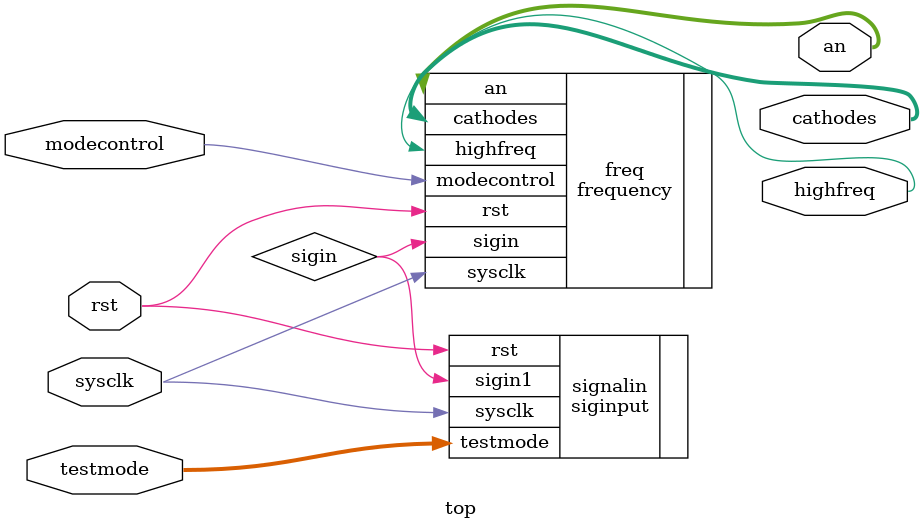
<source format=v>
`timescale 1ns / 1ps

module top(
input [1:0] testmode ,
input sysclk ,
input modecontrol,
input rst,
output highfreq,
output [6:0]cathodes,
output[3:0] an
);

wire sigin;

siginput signalin(
.testmode(testmode),
.sysclk(sysclk),
.rst(rst),
.sigin1(sigin)
);

frequency freq(
.sigin(sigin),
.sysclk(sysclk),
.modecontrol(modecontrol),
.rst(rst),
.highfreq(highfreq),
.cathodes(cathodes),
.an(an)
);

endmodule

</source>
